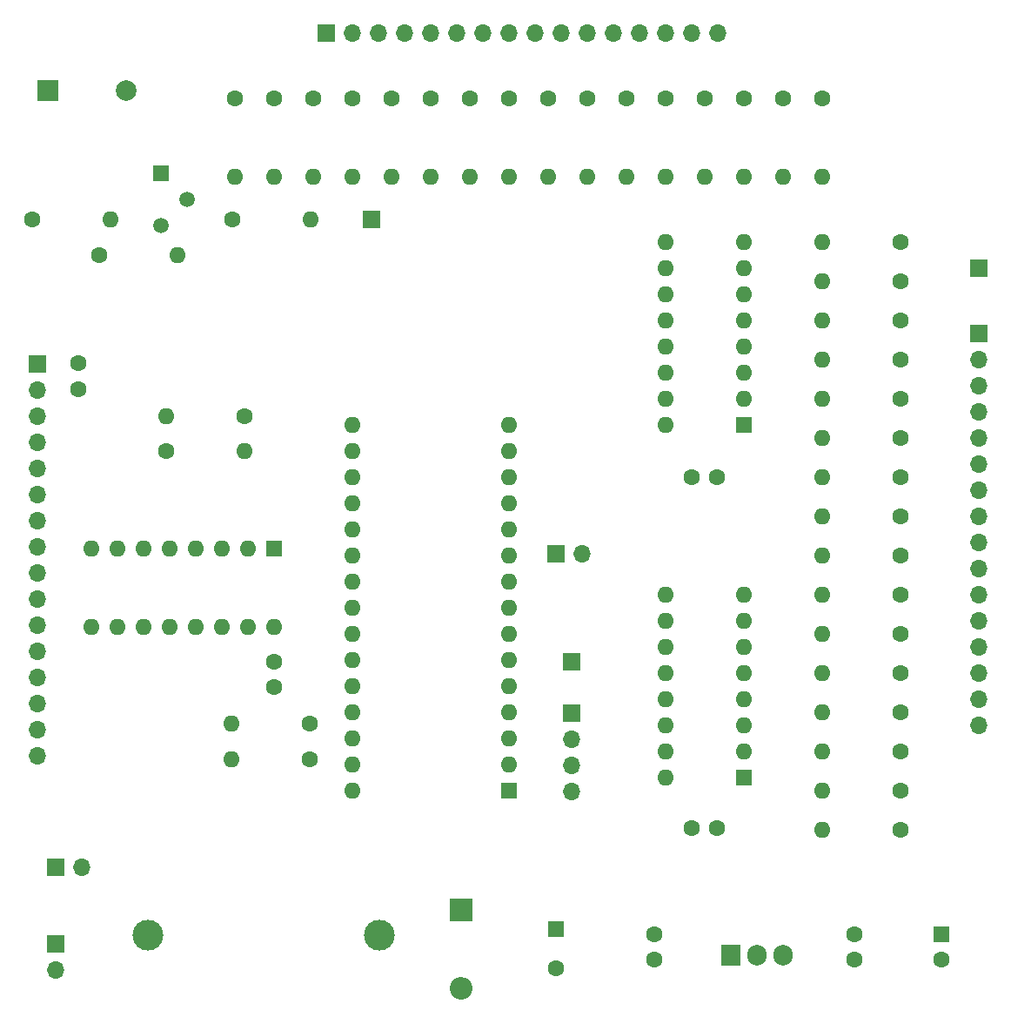
<source format=gbr>
G04 #@! TF.GenerationSoftware,KiCad,Pcbnew,(5.1.4)-1*
G04 #@! TF.CreationDate,2019-10-30T21:39:05+01:00*
G04 #@! TF.ProjectId,Projekt,50726f6a-656b-4742-9e6b-696361645f70,v01*
G04 #@! TF.SameCoordinates,Original*
G04 #@! TF.FileFunction,Soldermask,Bot*
G04 #@! TF.FilePolarity,Negative*
%FSLAX46Y46*%
G04 Gerber Fmt 4.6, Leading zero omitted, Abs format (unit mm)*
G04 Created by KiCad (PCBNEW (5.1.4)-1) date 2019-10-30 21:39:05*
%MOMM*%
%LPD*%
G04 APERTURE LIST*
%ADD10R,1.700102X1.700102*%
%ADD11O,1.700102X1.700102*%
%ADD12O,1.600102X1.600102*%
%ADD13R,1.600102X1.600102*%
%ADD14C,2.000102*%
%ADD15R,2.000102X2.000102*%
%ADD16C,1.600102*%
%ADD17O,2.200102X2.200102*%
%ADD18R,2.200102X2.200102*%
%ADD19C,3.000102*%
%ADD20O,1.905102X2.000102*%
%ADD21R,1.905102X2.000102*%
%ADD22C,1.500102*%
%ADD23R,1.500102X1.500102*%
G04 APERTURE END LIST*
D10*
X104000300Y-85509100D03*
D11*
X104000300Y-88049100D03*
X104000300Y-90589100D03*
X104000300Y-93129100D03*
X104000300Y-95669100D03*
X104000300Y-98209100D03*
X104000300Y-100749100D03*
X104000300Y-103289100D03*
X104000300Y-105829100D03*
X104000300Y-108369100D03*
X104000300Y-110909100D03*
X104000300Y-113449100D03*
X104000300Y-115989100D03*
X104000300Y-118529100D03*
X104000300Y-121069100D03*
X104000300Y-123609100D03*
D12*
X134620000Y-91440000D03*
X149860000Y-91440000D03*
X134620000Y-127000000D03*
X149860000Y-93980000D03*
X134620000Y-124460000D03*
X149860000Y-96520000D03*
X134620000Y-121920000D03*
X149860000Y-99060000D03*
X134620000Y-119380000D03*
X149860000Y-101600000D03*
X134620000Y-116840000D03*
X149860000Y-104140000D03*
X134620000Y-114300000D03*
X149860000Y-106680000D03*
X134620000Y-111760000D03*
X149860000Y-109220000D03*
X134620000Y-109220000D03*
X149860000Y-111760000D03*
X134620000Y-106680000D03*
X149860000Y-114300000D03*
X134620000Y-104140000D03*
X149860000Y-116840000D03*
X134620000Y-101600000D03*
X149860000Y-119380000D03*
X134620000Y-99060000D03*
X149860000Y-121920000D03*
X134620000Y-96520000D03*
X149860000Y-124460000D03*
X134620000Y-93980000D03*
D13*
X149860000Y-127000000D03*
D10*
X105740200Y-141973300D03*
D11*
X105740200Y-144513300D03*
D14*
X112600000Y-59000000D03*
D15*
X105000000Y-59000000D03*
D16*
X127000000Y-117000000D03*
X127000000Y-114500000D03*
X108000000Y-85500000D03*
X108000000Y-88000000D03*
X154500000Y-144300000D03*
D13*
X154500000Y-140500000D03*
D16*
X164000000Y-141000000D03*
X164000000Y-143500000D03*
X183500000Y-143500000D03*
X183500000Y-141000000D03*
X192000000Y-143500000D03*
D13*
X192000000Y-141000000D03*
D16*
X170140000Y-96520000D03*
X167640000Y-96520000D03*
X167641900Y-130708400D03*
X170141900Y-130708400D03*
D17*
X145249900Y-146253200D03*
D18*
X145249900Y-138633200D03*
D19*
X114712400Y-141058900D03*
X137312400Y-141058900D03*
D10*
X136500000Y-71500000D03*
D11*
X170180000Y-53340000D03*
X167640000Y-53340000D03*
X165100000Y-53340000D03*
X162560000Y-53340000D03*
X160020000Y-53340000D03*
X157480000Y-53340000D03*
X154940000Y-53340000D03*
X152400000Y-53340000D03*
X149860000Y-53340000D03*
X147320000Y-53340000D03*
X144780000Y-53340000D03*
X142240000Y-53340000D03*
X139700000Y-53340000D03*
X137160000Y-53340000D03*
X134620000Y-53340000D03*
D10*
X132080000Y-53340000D03*
D11*
X156000000Y-127120000D03*
X156000000Y-124580000D03*
X156000000Y-122040000D03*
D10*
X156000000Y-119500000D03*
X156000000Y-114500000D03*
X195580000Y-82550000D03*
D11*
X195580000Y-85090000D03*
X195580000Y-87630000D03*
X195580000Y-90170000D03*
X195580000Y-92710000D03*
X195580000Y-95250000D03*
X195580000Y-97790000D03*
X195580000Y-100330000D03*
X195580000Y-102870000D03*
X195580000Y-105410000D03*
X195580000Y-107950000D03*
X195580000Y-110490000D03*
X195580000Y-113030000D03*
X195580000Y-115570000D03*
X195580000Y-118110000D03*
X195580000Y-120650000D03*
D10*
X195580000Y-76200000D03*
D16*
X130500000Y-124000000D03*
D12*
X122880000Y-124000000D03*
X122880000Y-120500000D03*
D16*
X130500000Y-120500000D03*
D12*
X123190000Y-67310000D03*
D16*
X123190000Y-59690000D03*
D12*
X130620000Y-71500000D03*
D16*
X123000000Y-71500000D03*
X127000000Y-59690000D03*
D12*
X127000000Y-67310000D03*
X130810000Y-67310000D03*
D16*
X130810000Y-59690000D03*
X134620000Y-59690000D03*
D12*
X134620000Y-67310000D03*
X138430000Y-67310000D03*
D16*
X138430000Y-59690000D03*
X142240000Y-59690000D03*
D12*
X142240000Y-67310000D03*
X146050000Y-67310000D03*
D16*
X146050000Y-59690000D03*
X149860000Y-59690000D03*
D12*
X149860000Y-67310000D03*
X153670000Y-67310000D03*
D16*
X153670000Y-59690000D03*
D12*
X157480000Y-67310000D03*
D16*
X157480000Y-59690000D03*
D12*
X161290000Y-67310000D03*
D16*
X161290000Y-59690000D03*
X165100000Y-59690000D03*
D12*
X165100000Y-67310000D03*
X168910000Y-67310000D03*
D16*
X168910000Y-59690000D03*
X172720000Y-59690000D03*
D12*
X172720000Y-67310000D03*
X176530000Y-67310000D03*
D16*
X176530000Y-59690000D03*
X180340000Y-59690000D03*
D12*
X180340000Y-67310000D03*
D16*
X116560600Y-93980000D03*
D12*
X124180600Y-93980000D03*
X116547900Y-90589100D03*
D16*
X124167900Y-90589100D03*
X110000000Y-75000000D03*
D12*
X117620000Y-75000000D03*
D16*
X103500000Y-71500000D03*
D12*
X111120000Y-71500000D03*
D16*
X187960000Y-73660000D03*
D12*
X180340000Y-73660000D03*
X180340000Y-77470000D03*
D16*
X187960000Y-77470000D03*
X187960000Y-81280000D03*
D12*
X180340000Y-81280000D03*
X180340000Y-85090000D03*
D16*
X187960000Y-85090000D03*
X187960000Y-88900000D03*
D12*
X180340000Y-88900000D03*
X180340000Y-92710000D03*
D16*
X187960000Y-92710000D03*
D12*
X180340000Y-96520000D03*
D16*
X187960000Y-96520000D03*
X187960000Y-100330000D03*
D12*
X180340000Y-100330000D03*
X180340000Y-104140000D03*
D16*
X187960000Y-104140000D03*
X187960000Y-107950000D03*
D12*
X180340000Y-107950000D03*
X180380000Y-111760000D03*
D16*
X188000000Y-111760000D03*
X187960000Y-115570000D03*
D12*
X180340000Y-115570000D03*
D16*
X187960000Y-119380000D03*
D12*
X180340000Y-119380000D03*
X180340000Y-123190000D03*
D16*
X187960000Y-123190000D03*
X187960000Y-127000000D03*
D12*
X180340000Y-127000000D03*
X180340000Y-130810000D03*
D16*
X187960000Y-130810000D03*
D11*
X108292900Y-134493000D03*
D10*
X105752900Y-134493000D03*
D13*
X127000000Y-103500000D03*
D12*
X109220000Y-111120000D03*
X124460000Y-103500000D03*
X111760000Y-111120000D03*
X121920000Y-103500000D03*
X114300000Y-111120000D03*
X119380000Y-103500000D03*
X116840000Y-111120000D03*
X116840000Y-103500000D03*
X119380000Y-111120000D03*
X114300000Y-103500000D03*
X121920000Y-111120000D03*
X111760000Y-103500000D03*
X124460000Y-111120000D03*
X109220000Y-103500000D03*
X127000000Y-111120000D03*
D20*
X176580000Y-143000000D03*
X174040000Y-143000000D03*
D21*
X171500000Y-143000000D03*
D12*
X165100000Y-91440000D03*
X172720000Y-73660000D03*
X165100000Y-88900000D03*
X172720000Y-76200000D03*
X165100000Y-86360000D03*
X172720000Y-78740000D03*
X165100000Y-83820000D03*
X172720000Y-81280000D03*
X165100000Y-81280000D03*
X172720000Y-83820000D03*
X165100000Y-78740000D03*
X172720000Y-86360000D03*
X165100000Y-76200000D03*
X172720000Y-88900000D03*
X165100000Y-73660000D03*
D13*
X172720000Y-91440000D03*
D12*
X165100000Y-125730000D03*
X172720000Y-107950000D03*
X165100000Y-123190000D03*
X172720000Y-110490000D03*
X165100000Y-120650000D03*
X172720000Y-113030000D03*
X165100000Y-118110000D03*
X172720000Y-115570000D03*
X165100000Y-115570000D03*
X172720000Y-118110000D03*
X165100000Y-113030000D03*
X172720000Y-120650000D03*
X165100000Y-110490000D03*
X172720000Y-123190000D03*
X165100000Y-107950000D03*
D13*
X172720000Y-125730000D03*
D10*
X154500000Y-104000000D03*
D11*
X157040000Y-104000000D03*
D22*
X118540000Y-69540000D03*
X116000000Y-72080000D03*
D23*
X116000000Y-67000000D03*
M02*

</source>
